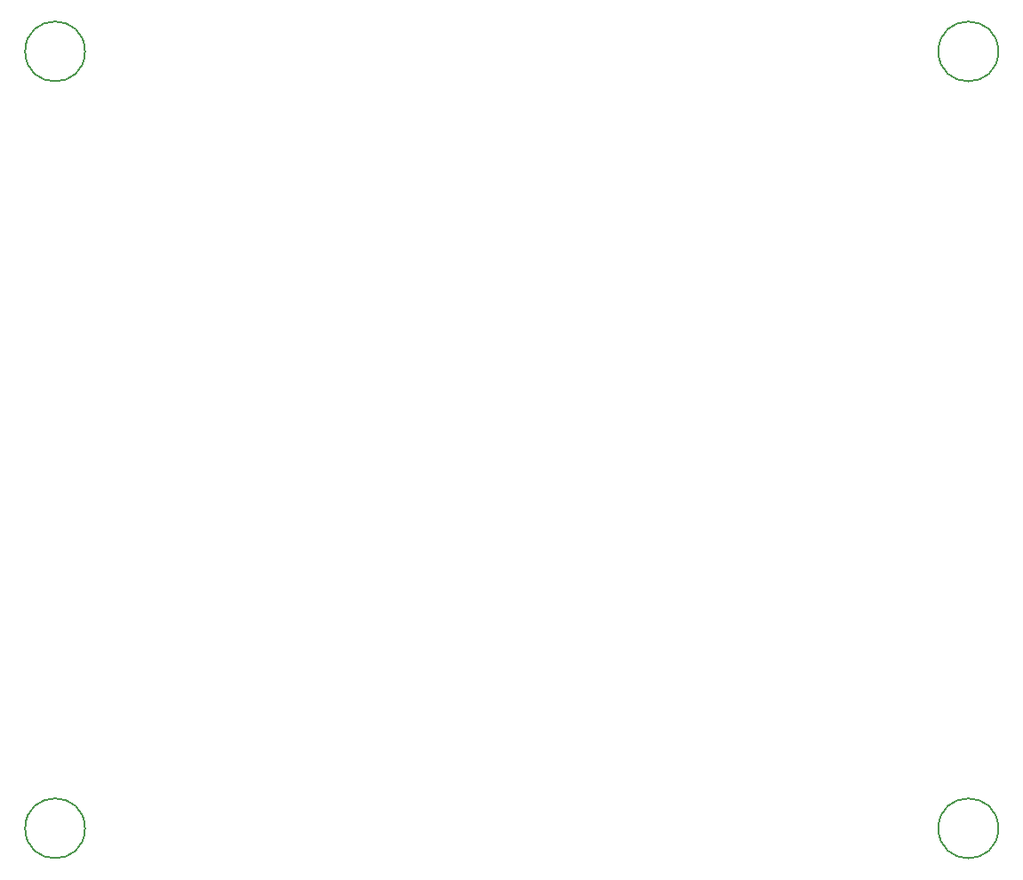
<source format=gbr>
%TF.GenerationSoftware,KiCad,Pcbnew,6.0.6-3a73a75311~116~ubuntu20.04.1*%
%TF.CreationDate,2022-07-30T07:06:59+01:00*%
%TF.ProjectId,blanking_board,626c616e-6b69-46e6-975f-626f6172642e,rev?*%
%TF.SameCoordinates,Original*%
%TF.FileFunction,Other,Comment*%
%FSLAX46Y46*%
G04 Gerber Fmt 4.6, Leading zero omitted, Abs format (unit mm)*
G04 Created by KiCad (PCBNEW 6.0.6-3a73a75311~116~ubuntu20.04.1) date 2022-07-30 07:06:59*
%MOMM*%
%LPD*%
G01*
G04 APERTURE LIST*
%ADD10C,0.150000*%
G04 APERTURE END LIST*
D10*
%TO.C,H1*%
X104850000Y-51000000D02*
G75*
G03*
X104850000Y-51000000I-2850000J0D01*
G01*
%TO.C,H2*%
X104850000Y-125000000D02*
G75*
G03*
X104850000Y-125000000I-2850000J0D01*
G01*
%TO.C,H3*%
X191850000Y-125000000D02*
G75*
G03*
X191850000Y-125000000I-2850000J0D01*
G01*
%TO.C,H4*%
X191850000Y-51000000D02*
G75*
G03*
X191850000Y-51000000I-2850000J0D01*
G01*
%TD*%
M02*

</source>
